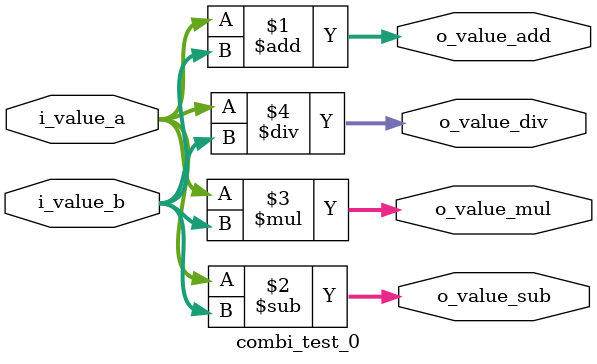
<source format=v>
`timescale 1ns / 1ps

module combi_test_0(
    input	[7:0] i_value_a,
    input	[7:0] i_value_b,
    output	[7:0] o_value_add,
    output	[7:0] o_value_sub,
    output	[7:0] o_value_mul,
    output	[7:0] o_value_div	);

    assign o_value_add = i_value_a + i_value_b;
    assign o_value_sub = i_value_a - i_value_b;
    assign o_value_mul = i_value_a * i_value_b;
    assign o_value_div = i_value_a / i_value_b; // If need high freq, It is difficult synthesis

endmodule

</source>
